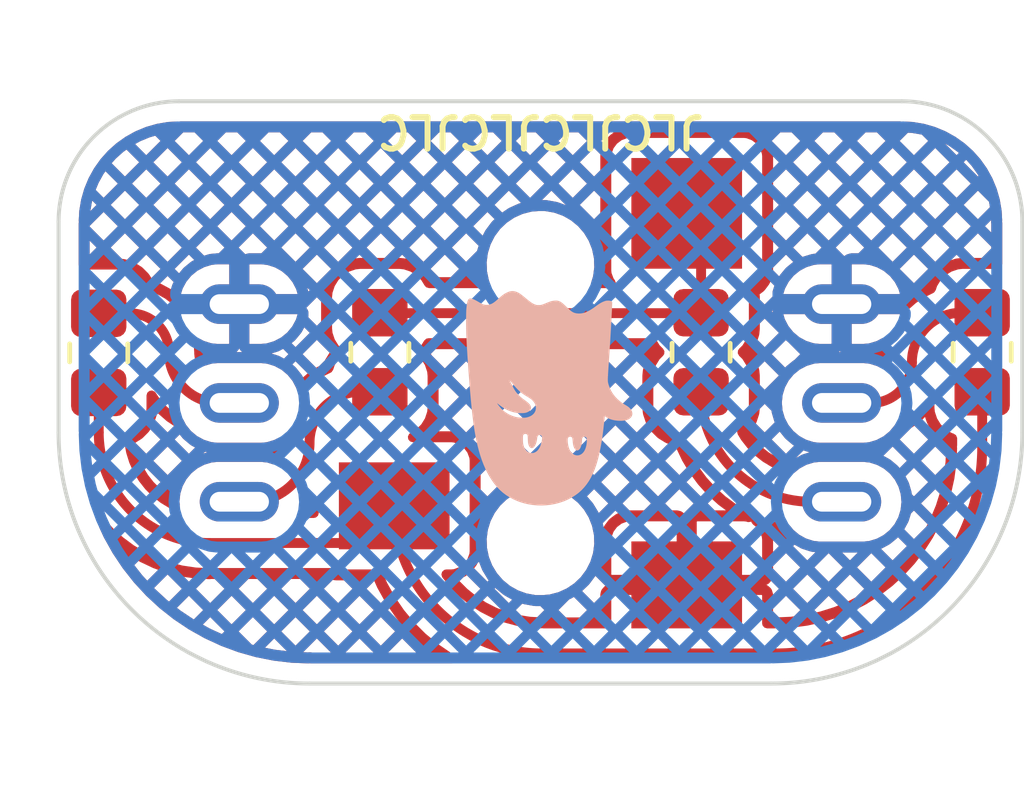
<source format=kicad_pcb>
(kicad_pcb (version 20211014) (generator pcbnew)
  (layers (0 "F.Cu" signal) (31 "B.Cu" signal) (34 "B.Paste" user) (35 "F.Paste" user) (36 "B.SilkS" user "B.Silkscreen") (37 "F.SilkS" user "F.Silkscreen") (38 "B.Mask" user) (39 "F.Mask" user) (44 "Edge.Cuts" user))
  (net 0 "")
  (net 1 "GND")
  (net 2 "Net-(R1-Pad2)")
  (net 3 "Net-(J1-PadR)")
  (net 4 "Net-(R1-Pad1)")
  (net 5 "Net-(J2-PadR)")
  (net 6 "Net-(R2-Pad1)")
  (net 7 "Net-(J3-PadR)")
  (footprint "Connector_Audio:Jack_3.5mm_CUI_SJ-3523-SMT_Horizontal" (layer "F.Cu") (at 162.56 107.188 180)
    (fp_text reference "J3" hide)
    (fp_text value "AudioJack3")
    (pad "" np_thru_hole circle (at 0 -2.5 180) (size 1.7 1.7) (drill 1.7) (layers *.Cu *.Mask))
    (pad "" np_thru_hole circle (at 0 4.5 180) (size 1.7 1.7) (drill 1.7) (layers *.Cu *.Mask))
    (pad "R" smd rect (at 3.7 -1.6 180) (size 2.8 2.2) (layers "F.Cu" "F.Paste" "F.Mask") (net 7 "Net-(J3-PadR)"))
    (pad "S" smd rect (at -3.7 -3.6 180) (size 2.8 2.2) (layers "F.Cu" "F.Paste" "F.Mask") (net 1 "GND"))
    (pad "T" smd rect (at -3.7 5.8 180) (size 2.8 2.8) (layers "F.Cu" "F.Paste" "F.Mask") (net 2 "Net-(R1-Pad2)"))
  )
  (footprint "Resistor_SMD:R_0805_2012Metric_Pad1.20x1.40mm_HandSolder" (layer "F.Cu") (at 173.736 104.902 -90)
    (fp_text reference "R4" hide)
    (fp_text value "1k")
    (fp_line (start -0.227064 0.735) (end 0.227064 0.735) (layer "F.SilkS") (width 0.12))
    (fp_line (start -0.227064 -0.735) (end 0.227064 -0.735) (layer "F.SilkS") (width 0.12))
    (pad "1" smd roundrect (at -1 0 270) (size 1.2 1.4) (layers "F.Cu" "F.Paste" "F.Mask") (roundrect_rratio 0.2083333333) (net 5 "Net-(J2-PadR)"))
    (pad "2" smd roundrect (at 1 0 270) (size 1.2 1.4) (layers "F.Cu" "F.Paste" "F.Mask") (roundrect_rratio 0.2083333333) (net 7 "Net-(J3-PadR)"))
  )
  (footprint "Resistor_SMD:R_0805_2012Metric_Pad1.20x1.40mm_HandSolder" (layer "F.Cu") (at 151.384 104.918 -90)
    (fp_text reference "R3" hide)
    (fp_text value "1k")
    (fp_line (start -0.227064 0.735) (end 0.227064 0.735) (layer "F.SilkS") (width 0.12))
    (fp_line (start -0.227064 -0.735) (end 0.227064 -0.735) (layer "F.SilkS") (width 0.12))
    (pad "1" smd roundrect (at -1 0 270) (size 1.2 1.4) (layers "F.Cu" "F.Paste" "F.Mask") (roundrect_rratio 0.2083333333) (net 3 "Net-(J1-PadR)"))
    (pad "2" smd roundrect (at 1 0 270) (size 1.2 1.4) (layers "F.Cu" "F.Paste" "F.Mask") (roundrect_rratio 0.2083333333) (net 7 "Net-(J3-PadR)"))
  )
  (footprint "Pale Slim Ghost:Plug_3.5mm_CUI_SP-3533" (layer "F.Cu") (at 170.18 106.184)
    (fp_text reference "J2" hide)
    (fp_text value "AudioPlug3")
    (pad "R" thru_hole oval (at 0 0) (size 2 1) (drill oval 1.5 0.5) (layers *.Cu *.Mask) (net 5 "Net-(J2-PadR)"))
    (pad "S" thru_hole oval (at 0 -2.5) (size 2 1) (drill oval 1.5 0.5) (layers *.Cu *.Mask) (net 1 "GND"))
    (pad "T" thru_hole oval (at 0 2.5) (size 2 1) (drill oval 1.5 0.5) (layers *.Cu *.Mask) (net 6 "Net-(R2-Pad1)"))
  )
  (footprint "Pale Slim Ghost:Plug_3.5mm_CUI_SP-3533" (layer "F.Cu") (at 154.94 106.184)
    (fp_text reference "J1" hide)
    (fp_text value "AudioPlug3")
    (pad "R" thru_hole oval (at 0 0) (size 2 1) (drill oval 1.5 0.5) (layers *.Cu *.Mask) (net 3 "Net-(J1-PadR)"))
    (pad "S" thru_hole oval (at 0 -2.5) (size 2 1) (drill oval 1.5 0.5) (layers *.Cu *.Mask) (net 1 "GND"))
    (pad "T" thru_hole oval (at 0 2.5) (size 2 1) (drill oval 1.5 0.5) (layers *.Cu *.Mask) (net 4 "Net-(R1-Pad1)"))
  )
  (footprint "Resistor_SMD:R_0805_2012Metric_Pad1.20x1.40mm_HandSolder" (layer "F.Cu") (at 158.496 104.902 90)
    (fp_text reference "R1" hide)
    (fp_text value "1k")
    (fp_line (start -0.227064 -0.735) (end 0.227064 -0.735) (layer "F.SilkS") (width 0.12))
    (fp_line (start -0.227064 0.735) (end 0.227064 0.735) (layer "F.SilkS") (width 0.12))
    (pad "1" smd roundrect (at -1 0 90) (size 1.2 1.4) (layers "F.Cu" "F.Paste" "F.Mask") (roundrect_rratio 0.2083333333) (net 4 "Net-(R1-Pad1)"))
    (pad "2" smd roundrect (at 1 0 90) (size 1.2 1.4) (layers "F.Cu" "F.Paste" "F.Mask") (roundrect_rratio 0.2083333333) (net 2 "Net-(R1-Pad2)"))
  )
  (footprint "Resistor_SMD:R_0805_2012Metric_Pad1.20x1.40mm_HandSolder" (layer "F.Cu") (at 166.624 104.902 90)
    (fp_text reference "R2" hide)
    (fp_text value "1k")
    (fp_line (start -0.227064 -0.735) (end 0.227064 -0.735) (layer "F.SilkS") (width 0.12))
    (fp_line (start -0.227064 0.735) (end 0.227064 0.735) (layer "F.SilkS") (width 0.12))
    (pad "1" smd roundrect (at -1 0 90) (size 1.2 1.4) (layers "F.Cu" "F.Paste" "F.Mask") (roundrect_rratio 0.2083333333) (net 6 "Net-(R2-Pad1)"))
    (pad "2" smd roundrect (at 1 0 90) (size 1.2 1.4) (layers "F.Cu" "F.Paste" "F.Mask") (roundrect_rratio 0.2083333333) (net 2 "Net-(R1-Pad2)"))
  )
  (footprint "LOGO" (layer "B.Cu") (at 162.810681 106.033208)
    (fp_text reference "G***" hide)
    (fp_text value "LOGO" hide)
    (fp_poly (pts (xy -0.10474 2.741059) (xy 0.006403 2.728335) (xy 0.115991 2.708129) (xy 0.223401 2.680464) (xy 0.32801 2.645361) (xy 0.397155 2.617285) (xy 0.459877 2.587798) (xy 0.523376 2.553941) (xy 0.585632 2.516945) (xy 0.644625 2.478041) (xy 0.698337 2.438458) (xy 0.721425 2.419766) (xy 0.791782 2.355916) (xy 0.857373 2.286147) (xy 0.918316 2.210263) (xy 0.974728 2.128071) (xy 1.026728 2.039379) (xy 1.074431 1.943992) (xy 1.117957 1.841716) (xy 1.157421 1.732359) (xy 1.177903 1.667583) (xy 1.202861 1.57941) (xy 1.226899 1.483888) (xy 1.249835 1.381975) (xy 1.271483 1.274627) (xy 1.291662 1.162804) (xy 1.310187 1.047464) (xy 1.326875 0.929563) (xy 1.340714 0.817337) (xy 1.343392 0.793674) (xy 1.346492 0.765848) (xy 1.3499 0.734911) (xy 1.353503 0.701921) (xy 1.357189 0.66793) (xy 1.360844 0.633994) (xy 1.364356 0.601168) (xy 1.367611 0.570507) (xy 1.370498 0.543064) (xy 1.372902 0.519895) (xy 1.374712 0.502054) (xy 1.375813 0.490597) (xy 1.376109 0.486723) (xy 1.379119 0.487329) (xy 1.386991 0.492054) (xy 1.398021 0.499875) (xy 1.398022 0.499876) (xy 1.44542 0.530439) (xy 1.499082 0.555867) (xy 1.55861 0.576041) (xy 1.623606 0.590844) (xy 1.693674 0.600158) (xy 1.747267 0.603406) (xy 1.803503 0.603667) (xy 1.853037 0.600454) (xy 1.89683 0.593577) (xy 1.935848 0.582846) (xy 1.971053 0.56807) (xy 1.995325 0.554351) (xy 2.025861 0.530865) (xy 2.049036 0.504035) (xy 2.064821 0.4745) (xy 2.073184 0.442899) (xy 2.074093 0.40987) (xy 2.067518 0.37605) (xy 2.053427 0.342078) (xy 2.03179 0.308592) (xy 2.008618 0.282171) (xy 1.994707 0.268772) (xy 1.980073 0.256199) (xy 1.963496 0.243592) (xy 1.943752 0.230093) (xy 1.919617 0.214845) (xy 1.889871 0.196988) (xy 1.874082 0.187729) (xy 1.811862 0.147527) (xy 1.751356 0.100852) (xy 1.694037 0.049086) (xy 1.641377 -0.006389) (xy 1.594851 -0.064191) (xy 1.57451 -0.09329) (xy 1.533528 -0.162334) (xy 1.499568 -0.235087) (xy 1.473162 -0.310345) (xy 1.464805 -0.340996) (xy 1.460381 -0.359625) (xy 1.457295 -0.375749) (xy 1.455319 -0.391659) (xy 1.454227 -0.409646) (xy 1.453791 -0.432001) (xy 1.453757 -0.452454) (xy 1.454085 -0.469096) (xy 1.454974 -0.493052) (xy 1.456368 -0.52332) (xy 1.458211 -0.558894) (xy 1.460448 -0.598774) (xy 1.463023 -0.641954) (xy 1.46588 -0.687433) (xy 1.468964 -0.734207) (xy 1.471236 -0.767296) (xy 1.478261 -0.868971) (xy 1.485256 -0.97228) (xy 1.492182 -1.076588) (xy 1.499002 -1.181257) (xy 1.505678 -1.285652) (xy 1.512173 -1.389135) (xy 1.518448 -1.491071) (xy 1.524466 -1.590823) (xy 1.530189 -1.687755) (xy 1.53558 -1.781229) (xy 1.5406 -1.87061) (xy 1.545213 -1.955262) (xy 1.54938 -2.034546) (xy 1.553063 -2.107829) (xy 1.556225 -2.174471) (xy 1.558828 -2.233838) (xy 1.560176 -2.267527) (xy 1.565156 -2.397885) (xy 1.555719 -2.407931) (xy 1.546446 -2.415427) (xy 1.533114 -2.42355) (xy 1.524799 -2.427696) (xy 1.513759 -2.432165) (xy 1.502911 -2.435009) (xy 1.489925 -2.436556) (xy 1.47247 -2.437132) (xy 1.457445 -2.437139) (xy 1.435062 -2.4367) (xy 1.417758 -2.435345) (xy 1.402283 -2.432552) (xy 1.385384 -2.427794) (xy 1.371959 -2.423353) (xy 1.336289 -2.409816) (xy 1.300695 -2.393369) (xy 1.263991 -2.373329) (xy 1.22499 -2.349009) (xy 1.182506 -2.319726) (xy 1.146106 -2.292937) (xy 1.084077 -2.24824) (xy 1.025021 -2.209754) (xy 0.969327 -2.177707) (xy 0.917384 -2.152326) (xy 0.880863 -2.137709) (xy 0.827157 -2.122117) (xy 0.772266 -2.113013) (xy 0.717909 -2.110542) (xy 0.665803 -2.114851) (xy 0.648449 -2.117981) (xy 0.624014 -2.123762) (xy 0.60145 -2.130825) (xy 0.579882 -2.13976) (xy 0.558432 -2.151159) (xy 0.536223 -2.165614) (xy 0.51238 -2.183716) (xy 0.486026 -2.206057) (xy 0.456284 -2.233228) (xy 0.422278 -2.265821) (xy 0.406524 -2.281259) (xy 0.371367 -2.315429) (xy 0.34086 -2.343945) (xy 0.314136 -2.367404) (xy 0.290325 -2.386405) (xy 0.26856 -2.401546) (xy 0.247972 -2.413425) (xy 0.227692 -2.422641) (xy 0.206852 -2.429791) (xy 0.184584 -2.435475) (xy 0.181802 -2.436081) (xy 0.161448 -2.438567) (xy 0.135391 -2.438961) (xy 0.105958 -2.437427) (xy 0.075474 -2.43413) (xy 0.046266 -2.429233) (xy 0.029191 -2.425302) (xy 0.016432 -2.421832) (xy 0.003714 -2.418028) (xy -0.009993 -2.413503) (xy -0.025722 -2.40787) (xy -0.044503 -2.400743) (xy -0.067369 -2.391736) (xy -0.095349 -2.380461) (xy -0.129476 -2.366534) (xy -0.148983 -2.358529) (xy -0.179353 -2.346424) (xy -0.204292 -2.337543) (xy -0.225846 -2.331419) (xy -0.246061 -2.327581) (xy -0.266986 -2.325564) (xy -0.290665 -2.324898) (xy -0.296076 -2.324886) (xy -0.320245 -2.325278) (xy -0.338826 -2.326631) (xy -0.354549 -2.329288) (xy -0.370144 -2.333593) (xy -0.373223 -2.334594) (xy -0.3958 -2.342835) (xy -0.418387 -2.352783) (xy -0.44172 -2.364935) (xy -0.466537 -2.379786) (xy -0.493574 -2.397832) (xy -0.52357 -2.419569) (xy -0.557259 -2.445492) (xy -0.595381 -2.476099) (xy -0.638672 -2.511885) (xy -0.646644 -2.518558) (xy -0.671696 -2.539236) (xy -0.697429 -2.559902) (xy -0.722296 -2.579356) (xy -0.744751 -2.596397) (xy -0.763248 -2.609824) (xy -0.770866 -2.61503) (xy -0.819107 -2.643225) (xy -0.866283 -2.663273) (xy -0.912685 -2.675254) (xy -0.958604 -2.67925) (xy -0.992481 -2.677109) (xy -1.037702 -2.66766) (xy -1.085138 -2.650638) (xy -1.134157 -2.62631) (xy -1.180665 -2.597328) (xy -1.200655 -2.583073) (xy -1.222373 -2.566375) (xy -1.246678 -2.546514) (xy -1.274431 -2.522773) (xy -1.306494 -2.494433) (xy -1.336917 -2.466975) (xy -1.377226 -2.431623) (xy -1.413729 -2.40254) (xy -1.447415 -2.37917) (xy -1.47927 -2.360955) (xy -1.510284 -2.34734) (xy -1.541442 -2.337767) (xy -1.573734 -2.331681) (xy -1.577991 -2.331127) (xy -1.615995 -2.329307) (xy -1.65636 -2.332432) (xy -1.694999 -2.340155) (xy -1.69931 -2.34137) (xy -1.709115 -2.3453) (xy -1.724649 -2.352819) (xy -1.744514 -2.363191) (xy -1.767309 -2.375679) (xy -1.791635 -2.389545) (xy -1.799392 -2.394082) (xy -1.849351 -2.422847) (xy -1.893167 -2.446577) (xy -1.931312 -2.465317) (xy -1.964254 -2.479117) (xy -1.992463 -2.488022) (xy -2.016409 -2.492082) (xy -2.036562 -2.491342) (xy -2.053392 -2.485852) (xy -2.067368 -2.475657) (xy -2.07896 -2.460807) (xy -2.088638 -2.441347) (xy -2.09486 -2.423959) (xy -2.101957 -2.397181) (xy -2.108733 -2.363193) (xy -2.115022 -2.323123) (xy -2.120656 -2.278099) (xy -2.125468 -2.229249) (xy -2.127502 -2.203891) (xy -2.128814 -2.180866) (xy -2.129924 -2.150526) (xy -2.130832 -2.113894) (xy -2.131539 -2.071992) (xy -2.132045 -2.025845) (xy -2.13235 -1.976474) (xy -2.132454 -1.924902) (xy -2.132359 -1.872152) (xy -2.132064 -1.819247) (xy -2.13157 -1.76721) (xy -2.130876 -1.717064) (xy -2.129984 -1.669831) (xy -2.128894 -1.626534) (xy -2.127605 -1.588196) (xy -2.127292 -1.580463) (xy -2.122716 -1.477967) (xy -2.117389 -1.370686) (xy -2.111367 -1.259298) (xy -2.104703 -1.14448) (xy -2.09745 -1.02691) (xy -2.089663 -0.907266) (xy -2.081396 -0.786226) (xy -2.072703 -0.664467) (xy -2.063637 -0.542668) (xy -2.054252 -0.421506) (xy -2.044602 -0.301658) (xy -2.034742 -0.183803) (xy -2.024725 -0.068618) (xy -2.014605 0.043218) (xy -2.004435 0.151029) (xy -2.003407 0.161457) (xy -1.346439 0.161457) (xy -1.346348 0.160756) (xy -1.342758 0.162739) (xy -1.333804 0.169117) (xy -1.320611 0.179049) (xy -1.304305 0.191692) (xy -1.292727 0.20084) (xy -1.237264 0.242829) (xy -1.183941 0.27859) (xy -1.130921 0.309226) (xy -1.076366 0.33584) (xy -1.04678 0.348456) (xy -0.979668 0.373023) (xy -0.914598 0.3909) (xy -0.849304 0.402536) (xy -0.781519 0.408381) (xy -0.74019 0.409295) (xy -0.700041 0.408683) (xy -0.666439 0.406564) (xy -0.63768 0.402651) (xy -0.612063 0.396662) (xy -0.587882 0.388311) (xy -0.571302 0.381097) (xy -0.540341 0.363879) (xy -0.517163 0.344566) (xy -0.501356 0.322609) (xy -0.492508 0.29746) (xy -0.49015 0.273141) (xy -0.491991 0.251264) (xy -0.497963 0.229938) (xy -0.508545 0.208585) (xy -0.524219 0.186622) (xy -0.545465 0.16347) (xy -0.572763 0.138549) (xy -0.606594 0.111276) (xy -0.647439 0.081073) (xy -0.651645 0.07807) (xy -0.685827 0.053214) (xy -0.714849 0.030837) (xy -0.740769 0.009241) (xy -0.765648 -0.013271) (xy -0.785088 -0.032002) (xy -0.812332 -0.059577) (xy -0.836474 -0.085837) (xy -0.858345 -0.111988) (xy -0.878775 -0.139233) (xy -0.898593 -0.168778) (xy -0.918629 -0.201826) (xy -0.939713 -0.239581) (xy -0.962674 -0.283249) (xy -0.975368 -0.308169) (xy -0.989786 -0.336831) (xy -1.002811 -0.362955) (xy -1.01401 -0.385655) (xy -1.022952 -0.404044) (xy -1.029204 -0.417238) (xy -1.032332 -0.424349) (xy -1.032579 -0.425349) (xy -1.029538 -0.422261) (xy -1.021809 -0.413494) (xy -1.010026 -0.399791) (xy -0.994821 -0.381896) (xy -0.976826 -0.360552) (xy -0.956674 -0.336503) (xy -0.941217 -0.317969) (xy -0.902106 -0.271639) (xy -0.866641 -0.231229) (xy -0.833745 -0.195787) (xy -0.802339 -0.16436) (xy -0.771347 -0.135994) (xy -0.739689 -0.109738) (xy -0.706289 -0.084637) (xy -0.670069 -0.05974) (xy -0.629951 -0.034093) (xy -0.598306 -0.014783) (xy -0.572671 0.000792) (xy -0.548027 0.016078) (xy -0.525752 0.030194) (xy -0.507225 0.042263) (xy -0.493823 0.051406) (xy -0.489519 0.054571) (xy -0.458824 0.081613) (xy -0.430643 0.112904) (xy -0.406244 0.146662) (xy -0.386895 0.181111) (xy -0.373862 0.21447) (xy -0.372724 0.218536) (xy -0.368185 0.244795) (xy -0.366838 0.275006) (xy -0.368568 0.305848) (xy -0.373263 0.333998) (xy -0.377116 0.347269) (xy -0.395445 0.387002) (xy -0.420723 0.422198) (xy -0.452795 0.45269) (xy -0.491507 0.478313) (xy -0.505734 0.485681) (xy -0.542201 0.501571) (xy -0.578496 0.513327) (xy -0.616179 0.521178) (xy -0.656809 0.525357) (xy -0.701946 0.526093) (xy -0.753151 0.523617) (xy -0.759212 0.523159) (xy -0.792697 0.520197) (xy -0.82064 0.516811) (xy -0.845841 0.512554) (xy -0.871099 0.506984) (xy -0.887578 0.502792) (xy -0.960868 0.479296) (xy -1.03206 0.448322) (xy -1.100014 0.410513) (xy -1.163589 0.366512) (xy -1.221644 0.316964) (xy -1.228563 0.310308) (xy -1.238804 0.299601) (xy -1.251685 0.28505) (xy -1.266345 0.267748) (xy -1.281923 0.248789) (xy -1.297557 0.229265) (xy -1.312387 0.210271) (xy -1.325551 0.1929) (xy -1.336189 0.178245) (xy -1.343438 0.167399) (xy -1.346439 0.161457) (xy -2.003407 0.161457) (xy -1.994271 0.254136) (xy -1.984165 0.351861) (xy -1.974171 0.443528) (xy -1.964345 0.528457) (xy -1.954738 0.605971) (xy -1.951366 0.631768) (xy -1.928452 0.791234) (xy -1.903034 0.94298) (xy -1.878447 1.069627) (xy -0.694148 1.069627) (xy -0.694071 1.036537) (xy -0.693538 1.010661) (xy -0.692311 0.99088) (xy -0.690156 0.97607) (xy -0.686834 0.965111) (xy -0.682109 0.956879) (xy -0.675745 0.950255) (xy -0.667713 0.944256) (xy -0.648756 0.935989) (xy -0.627744 0.934266) (xy -0.60766 0.939176) (xy -0.601762 0.942256) (xy -0.593085 0.947918) (xy -0.586367 0.953762) (xy -0.581318 0.960922) (xy -0.577646 0.970532) (xy -0.57506 0.983723) (xy -0.573269 1.001629) (xy -0.571982 1.025383) (xy -0.570908 1.056117) (xy -0.570694 1.063167) (xy -0.569515 1.096845) (xy -0.568141 1.123682) (xy -0.566432 1.145178) (xy -0.564253 1.162831) (xy -0.561465 1.178141) (xy -0.559283 1.187459) (xy -0.54774 1.223806) (xy -0.53378 1.252517) (xy -0.517845 1.273795) (xy -0.500376 1.287837) (xy -0.481815 1.294846) (xy -0.462605 1.29502) (xy -0.443186 1.288561) (xy -0.424 1.275667) (xy -0.405489 1.25654) (xy -0.388096 1.23138) (xy -0.372261 1.200386) (xy -0.358426 1.163759) (xy -0.347034 1.121698) (xy -0.340629 1.088393) (xy -0.337409 1.06772) (xy -0.334398 1.046979) (xy -0.3321 1.029687) (xy -0.331548 1.025009) (xy -0.325498 0.999728) (xy -0.313778 0.980175) (xy -0.296627 0.966747) (xy -0.295993 0.966424) (xy -0.275034 0.96017) (xy -0.254159 0.961653) (xy -0.235019 0.970419) (xy -0.219264 0.986015) (xy -0.21797 0.987885) (xy -0.212314 0.999769) (xy -0.209211 1.015352) (xy -0.208627 1.035707) (xy -0.210533 1.061909) (xy -0.214289 1.090478) (xy 0.437956 1.090478) (xy 0.438224 1.069819) (xy 0.439312 1.055392) (xy 0.441531 1.045103) (xy 0.445192 1.036859) (xy 0.446177 1.035186) (xy 0.460151 1.019433) (xy 0.478342 1.009144) (xy 0.498613 1.004902) (xy 0.518827 1.007288) (xy 0.530288 1.012289) (xy 0.541113 1.019926) (xy 0.549165 1.029193) (xy 0.554939 1.041478) (xy 0.55893 1.058171) (xy 0.561635 1.080659) (xy 0.563253 1.104608) (xy 0.56795 1.160787) (xy 0.575619 1.209448) (xy 0.586356 1.250903) (xy 0.60026 1.285464) (xy 0.61743 1.313441) (xy 0.634752 1.332359) (xy 0.655823 1.346962) (xy 0.677084 1.353268) (xy 0.698203 1.351304) (xy 0.718851 1.3411) (xy 0.737677 1.323853) (xy 0.754152 1.300239) (xy 0.768685 1.269737) (xy 0.780927 1.233646) (xy 0.790532 1.193266) (xy 0.797151 1.149895) (xy 0.800437 1.104832) (xy 0.800737 1.088393) (xy 0.803386 1.058549) (xy 0.811078 1.035212) (xy 0.823755 1.018459) (xy 0.84136 1.008365) (xy 0.863634 1.005007) (xy 0.885573 1.008919) (xy 0.904309 1.020061) (xy 0.918279 1.037485) (xy 0.918788 1.038435) (xy 0.921898 1.045369) (xy 0.923898 1.053185) (xy 0.924917 1.063574) (xy 0.92508 1.078223) (xy 0.924514 1.098822) (xy 0.924107 1.109243) (xy 0.919061 1.172454) (xy 0.909424 1.2307) (xy 0.895393 1.28365) (xy 0.877163 1.33097) (xy 0.854929 1.372325) (xy 0.828887 1.407383) (xy 0.799234 1.43581) (xy 0.766165 1.457272) (xy 0.729875 1.471436) (xy 0.708844 1.475959) (xy 0.670983 1.477877) (xy 0.634291 1.471852) (xy 0.599317 1.458256) (xy 0.566609 1.437464) (xy 0.536716 1.409849) (xy 0.510189 1.375783) (xy 0.487574 1.335641) (xy 0.480985 1.320939) (xy 0.464528 1.274536) (xy 0.451653 1.222727) (xy 0.442792 1.167827) (xy 0.438379 1.112153) (xy 0.437956 1.090478) (xy -0.214289 1.090478) (xy -0.214832 1.094604) (xy -0.226655 1.155889) (xy -0.242699 1.211597) (xy -0.262746 1.26142) (xy -0.286581 1.305051) (xy -0.313988 1.342183) (xy -0.344751 1.372507) (xy -0.378654 1.395716) (xy -0.415481 1.411501) (xy -0.441582 1.417754) (xy -0.480148 1.4203) (xy -0.517063 1.414953) (xy -0.551805 1.402085) (xy -0.583851 1.382068) (xy -0.612681 1.355273) (xy -0.637772 1.322071) (xy -0.658602 1.282833) (xy -0.669062 1.255893) (xy -0.677271 1.230261) (xy -0.683529 1.206642) (xy -0.688081 1.18321) (xy -0.691172 1.158141) (xy -0.69305 1.129607) (xy -0.693959 1.095785) (xy -0.694148 1.069627) (xy -1.878447 1.069627) (xy -1.875022 1.087267) (xy -1.844327 1.224359) (xy -1.810861 1.354518) (xy -1.774534 1.478005) (xy -1.735258 1.595084) (xy -1.692943 1.706017) (xy -1.647501 1.811065) (xy -1.598842 1.910492) (xy -1.546878 2.004559) (xy -1.49152 2.09353) (xy -1.432678 2.177665) (xy -1.422578 2.191168) (xy -1.355434 2.273479) (xy -1.283263 2.349206) (xy -1.205972 2.418416) (xy -1.123473 2.481171) (xy -1.035674 2.537539) (xy -0.942485 2.587582) (xy -0.843815 2.631366) (xy -0.769381 2.659034) (xy -0.661986 2.69167) (xy -0.552409 2.71669) (xy -0.441273 2.734116) (xy -0.329201 2.743972) (xy -0.216816 2.746279)) (layer "B.SilkS") (width 0) (fill solid))
  )
  (gr_line (start 168.402 113.284) (end 156.718 113.284) (layer "Edge.Cuts") (width 0.1))
  (gr_arc (start 150.368 101.6) (mid 151.260739 99.444739) (end 153.416 98.552) (layer "Edge.Cuts") (width 0.1))
  (gr_line (start 150.368 106.934) (end 150.368 101.6) (layer "Edge.Cuts") (width 0.1))
  (gr_arc (start 156.718 113.284) (mid 152.227872 111.424128) (end 150.368 106.934) (layer "Edge.Cuts") (width 0.1))
  (gr_line (start 174.752 101.6) (end 174.752 106.934) (layer "Edge.Cuts") (width 0.1))
  (gr_arc (start 171.704 98.552) (mid 173.859261 99.444739) (end 174.752 101.6) (layer "Edge.Cuts") (width 0.1))
  (gr_line (start 153.416 98.552) (end 171.704 98.552) (layer "Edge.Cuts") (width 0.1))
  (gr_arc (start 174.752 106.934) (mid 172.892128 111.424128) (end 168.402 113.284) (layer "Edge.Cuts") (width 0.1))
  (gr_text "JLCJLCJLCJLC" (at 162.56 99.314 180) (layer "F.SilkS") (effects (font (size 0.8 0.8))))
  (segment (start 166.612999 103.913001) (end 166.624 103.902) (width 0.25) (layer "F.Cu") (net 2))
  (segment (start 158.507001 103.913001) (end 166.612999 103.913001) (width 0.25) (layer "F.Cu") (net 2))
  (segment (start 166.624 103.902) (end 166.624 101.752) (width 0.25) (layer "F.Cu") (net 2))
  (segment (start 158.496 103.902) (end 158.507001 103.913001) (width 0.25) (layer "F.Cu") (net 2))
  (arc (start 166.624 101.752) (mid 166.517387 101.494613) (end 166.26 101.388) (width 0.25) (layer "F.Cu") (net 2))
  (segment (start 151.384 103.918) (end 152.178 103.918) (width 0.25) (layer "F.Cu") (net 3))
  (segment (start 154.444 106.184) (end 154.94 106.184) (width 0.25) (layer "F.Cu") (net 3))
  (arc (start 153.162 104.902) (mid 153.537489 105.808511) (end 154.444 106.184) (width 0.25) (layer "F.Cu") (net 3))
  (arc (start 152.178 103.918) (mid 152.873793 104.206207) (end 153.162 104.902) (width 0.25) (layer "F.Cu") (net 3))
  (segment (start 154.94 108.684) (end 155.222008 108.684) (width 0.25) (layer "F.Cu") (net 4))
  (segment (start 158.004 105.902) (end 158.496 105.902) (width 0.25) (layer "F.Cu") (net 4))
  (arc (start 156.718 107.188) (mid 157.094661 106.278661) (end 158.004 105.902) (width 0.25) (layer "F.Cu") (net 4))
  (arc (start 155.222008 108.684) (mid 156.279834 108.245834) (end 156.718 107.188) (width 0.25) (layer "F.Cu") (net 4))
  (segment (start 170.18 106.184) (end 170.93 106.184) (width 0.25) (layer "F.Cu") (net 5))
  (segment (start 173.212 103.902) (end 173.736 103.902) (width 0.25) (layer "F.Cu") (net 5))
  (arc (start 170.93 106.184) (mid 171.656906 105.882906) (end 171.958 105.156) (width 0.25) (layer "F.Cu") (net 5))
  (arc (start 171.958 105.156) (mid 172.325288 104.269288) (end 173.212 103.902) (width 0.25) (layer "F.Cu") (net 5))
  (segment (start 169.406 108.684) (end 170.18 108.684) (width 0.25) (layer "F.Cu") (net 6))
  (arc (start 166.624 105.902) (mid 167.438829 107.869171) (end 169.406 108.684) (width 0.25) (layer "F.Cu") (net 6))
  (segment (start 151.384 105.918) (end 151.384 106.934) (width 0.25) (layer "F.Cu") (net 7))
  (segment (start 154.178 109.728) (end 157.92 109.728) (width 0.25) (layer "F.Cu") (net 7))
  (segment (start 173.736 105.902) (end 173.736 107.300938) (width 0.25) (layer "F.Cu") (net 7))
  (segment (start 162.594 112.522) (end 168.514938 112.522) (width 0.25) (layer "F.Cu") (net 7))
  (arc (start 168.514938 112.522) (mid 172.206786 110.992786) (end 173.736 107.300938) (width 0.25) (layer "F.Cu") (net 7))
  (arc (start 151.384 106.934) (mid 152.202344 108.909656) (end 154.178 109.728) (width 0.25) (layer "F.Cu") (net 7))
  (arc (start 157.92 109.728) (mid 158.58468 109.45268) (end 158.86 108.788) (width 0.25) (layer "F.Cu") (net 7))
  (arc (start 158.86 108.788) (mid 159.953663 111.428337) (end 162.594 112.522) (width 0.25) (layer "F.Cu") (net 7))
  (zone (net 1) (net_name "GND") (layers F&B.Cu) (connect_pads (clearance 0.508)) (min_thickness 0.254) (fill yes (mode hatch) (thermal_gap 0.508) (thermal_bridge_width 0.508) (island_removal_mode 1) (island_area_min 0) (hatch_thickness 0.254) (hatch_gap 0.508) (hatch_orientation 45) (hatch_border_algorithm hatch_thickness) (hatch_min_hole_area 0.3))
    (polygon (pts (xy 174.752 113.284) (xy 150.368 113.284) (xy 150.368 98.552) (xy 174.752 98.552)))
  )
)
</source>
